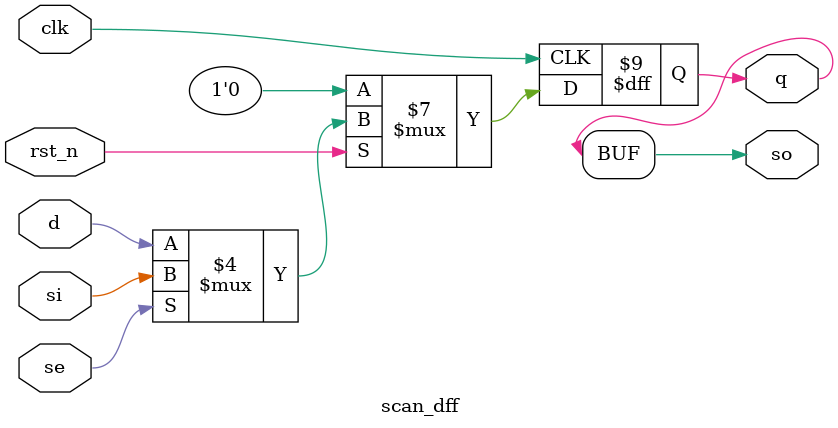
<source format=v>
module scan_dff (
  input  wire clk,      // functional clock
  input  wire rst_n,    // active-low synchronous reset
  input  wire se,       // scan enable (1 = shift)
  input  wire si,       // scan in
  input  wire d,        // functional data
  output reg  q,        // flop output
  output wire so        // scan out (next chain element)
);
  // synchronous logic: on scan enable load si, otherwise load d
  always @(posedge clk) begin
    if (!rst_n)
      q <= 1'b0;
    else if (se)
      q <= si;        // shift path
    else
      q <= d;         // functional path
  end
  assign so = q;       // scan chain output
endmodule
</source>
